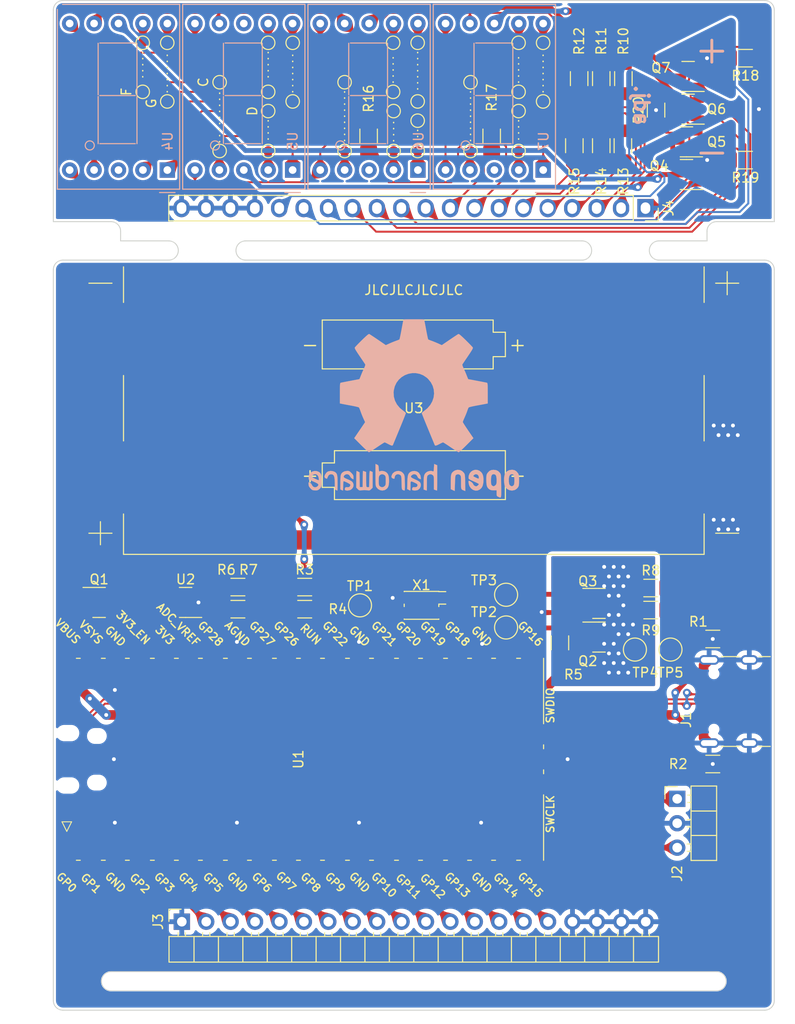
<source format=kicad_pcb>
(kicad_pcb (version 20221018) (generator pcbnew)
  (layers (0 "F.Cu" signal) (31 "B.Cu" signal) (34 "B.Paste" user) (35 "F.Paste" user) (36 "B.SilkS" user "B.Silkscreen") (37 "F.SilkS" user "F.Silkscreen") (38 "B.Mask" user) (39 "F.Mask" user) (44 "Edge.Cuts" user))
  (net 0 "")
  (net 1 "/VBUS")
  (net 2 "/VSYS")
  (net 3 "+BATT")
  (net 4 "/ADC_VREF")
  (net 5 "+3.3V")
  (net 6 "/CELL2_MON")
  (net 7 "/CELL1_MON")
  (net 8 "Net-(J1-CC1)")
  (net 9 "Net-(J1-CC2)")
  (net 10 "/SWCLK")
  (net 11 "/SWDIO")
  (net 12 "/DISCHARGE")
  (net 14 "GND")
  (net 15 "/A")
  (net 16 "/B")
  (net 17 "/C")
  (net 18 "/D")
  (net 19 "/E")
  (net 20 "/F")
  (net 21 "/G")
  (net 22 "/DP")
  (net 23 "/D1")
  (net 24 "/D2")
  (net 25 "/D3")
  (net 26 "/D4")
  (net 29 "/~{CHARGE}")
  (net 30 "Net-(Q2-D)")
  (net 31 "/RTC_CLK")
  (net 33 "Net-(R4-Pad2)")
  (net 38 "/Display/D1_COM")
  (net 39 "/Display/D2_COM")
  (net 40 "/Display/D3_COM")
  (net 41 "/Display/D4_COM")
  (net 44 "/USB_D-")
  (net 45 "/USB_D+")
  (net 46 "/Display/A_EN")
  (net 47 "/Display/B_EN")
  (net 48 "/Display/C_EN")
  (net 49 "/Display/D_EN")
  (net 50 "/Display/E_EN")
  (net 51 "/Display/F_EN")
  (net 52 "/Display/G_EN")
  (net 53 "/Display/DP_EN")
  (net 54 "/Display/D1_SEL")
  (net 55 "/Display/D2_SEL")
  (net 56 "/Display/D3_SEL")
  (net 57 "/Display/D4_SEL")
  (net 58 "Net-(R15-Pad1)")
  (net 59 "Net-(R16-Pad1)")
  (net 60 "Net-(U5-C)")
  (net 61 "Net-(U6-C)")
  (net 62 "Net-(U7-C)")
  (net 63 "Net-(U5-D)")
  (net 64 "Net-(U6-D)")
  (net 65 "Net-(U7-D)")
  (net 66 "Net-(U6-E)")
  (net 67 "Net-(U4-F)")
  (net 68 "Net-(U5-F)")
  (net 69 "Net-(U6-F)")
  (net 70 "Net-(U7-F)")
  (net 71 "Net-(U4-G)")
  (net 72 "Net-(U5-G)")
  (net 73 "Net-(U6-G)")
  (net 74 "Net-(U7-G)")
  (net 75 "/Display/A")
  (net 76 "/Display/DP")
  (net 77 "/Display/B")
  (net 78 "/Display/C")
  (net 79 "/Display/D")
  (net 80 "/Display/E")
  (net 85 "/TCH_A")
  (net 86 "/TCH_B")
  (net 87 "/TCH_C")
  (net 88 "/Display/TCH_A")
  (net 89 "/Display/TCH_B")
  (net 90 "/Display/TCH_C")
  (footprint "Package_TO_SOT_SMD:SOT-23" (layer "F.Cu") (at 86.7625 68.2)
    (fp_text reference "Q2")
    (fp_text value "PMV75UP")
  )
  (footprint "TestPoint:TestPoint_Pad_D1.0mm" (layer "F.Cu") (at 47.3 10.5 180)
    (fp_text reference "TP_C3" hide)
    (fp_text value "C")
  )
  (footprint "Resistor_SMD:R_1206_3216Metric_Pad1.30x1.75mm_HandSolder" (layer "F.Cu") (at 92.15 63.1)
    (fp_text reference "R8")
    (fp_text value "4.7 0.5W")
  )
  (footprint "TestPoint:TestPoint_Pad_D1.0mm" (layer "F.Cu") (at 78.4 11.5 180)
    (fp_text reference "TP_F1" hide)
    (fp_text value "F" hide)
  )
  (footprint "TestPoint:TestPoint_Pad_D1.0mm" (layer "F.Cu") (at 78.4 17.65 180)
    (fp_text reference "TP_D8" hide)
    (fp_text value "D" hide)
  )
  (footprint "Resistor_SMD:R_1206_3216Metric_Pad1.30x1.75mm_HandSolder" (layer "F.Cu") (at 98.6 68.4)
    (fp_text reference "R1")
    (fp_text value "5.1k")
  )
  (footprint "TestPoint:TestPoint_Pad_D1.0mm" (layer "F.Cu") (at 41.85 12.5 180)
    (fp_text reference "TP_G4" hide)
    (fp_text value "G")
  )
  (footprint "TestPoint:TestPoint_Pad_D1.0mm" (layer "F.Cu") (at 65.35 6.4 180)
    (fp_text reference "TP_F7" hide)
    (fp_text value "F" hide)
  )
  (footprint "Keystone1012:BatteryHolder_Keystone_1012_2xAA" (layer "F.Cu") (at 67.5 44.4)
    (fp_text reference "U3")
    (fp_text value "Keystone 2xAA 1012")
  )
  (footprint "TestPoint:TestPoint_Pad_D1.0mm" (layer "F.Cu") (at 54.9 6.4 180)
    (fp_text reference "TP_G6" hide)
    (fp_text value "G" hide)
  )
  (footprint "Resistor_SMD:R_1206_3216Metric_Pad1.30x1.75mm_HandSolder" (layer "F.Cu") (at 87 10.125 -90)
    (fp_text reference "R11")
    (fp_text value "270")
  )
  (footprint "TestPoint:TestPoint_Pad_D1.0mm" (layer "F.Cu") (at 67.9 6.4 180)
    (fp_text reference "TP_G7" hide)
    (fp_text value "G" hide)
  )
  (footprint "Resistor_SMD:R_1206_3216Metric_Pad1.30x1.75mm_HandSolder" (layer "F.Cu") (at 82.7 68.8 90)
    (fp_text reference "R5")
    (fp_text value "4.7k")
  )
  (footprint "TestPoint:TestPoint_Pad_D1.0mm" (layer "F.Cu") (at 67.9 17.65 180)
    (fp_text reference "TP_E7" hide)
    (fp_text value "E" hide)
  )
  (footprint "Resistor_SMD:R_1206_3216Metric_Pad1.30x1.75mm_HandSolder" (layer "F.Cu") (at 49.2 65.3)
    (fp_text reference "R7")
    (fp_text value "4.7k")
  )
  (footprint "TestPoint:TestPoint_Pad_D2.0mm" (layer "F.Cu") (at 77.1 67.2)
    (fp_text reference "TP2")
    (fp_text value "~{CHRG EN}")
  )
  (footprint "TestPoint:TestPoint_Pad_D1.0mm" (layer "F.Cu") (at 67.9 12.5 180)
    (fp_text reference "TP_G2" hide)
    (fp_text value "G" hide)
  )
  (footprint "TestPoint:TestPoint_Pad_D2.0mm" (layer "F.Cu") (at 77.1 63.8)
    (fp_text reference "TP3")
    (fp_text value "DCHRG EN")
  )
  (footprint "TestPoint:TestPoint_Pad_D1.0mm" (layer "F.Cu") (at 52.35 6.4 180)
    (fp_text reference "TP_F6" hide)
    (fp_text value "F" hide)
  )
  (footprint "Resistor_SMD:R_1206_3216Metric_Pad1.30x1.75mm_HandSolder" (layer "F.Cu") (at 87 17.1 -90)
    (fp_text reference "R14")
    (fp_text value "270")
  )
  (footprint "Resistor_SMD:R_1206_3216Metric_Pad1.30x1.75mm_HandSolder" (layer "F.Cu") (at 62.8 16.1 -90)
    (fp_text reference "R16")
    (fp_text value "270")
  )
  (footprint "TestPoint:TestPoint_Pad_D1.0mm" (layer "F.Cu") (at 73.4 10.5 180)
    (fp_text reference "TP_C1" hide)
    (fp_text value "C" hide)
  )
  (footprint "Resistor_SMD:R_1206_3216Metric_Pad1.30x1.75mm_HandSolder" (layer "F.Cu") (at 92.7 13.4 90)
    (fp_text reference "R20")
    (fp_text value "1M")
  )
  (footprint "Resistor_SMD:R_1206_3216Metric_Pad1.30x1.75mm_HandSolder" (layer "F.Cu") (at 84.2 17.1 -90)
    (fp_text reference "R15")
    (fp_text value "270")
  )
  (footprint "TestPoint:TestPoint_Pad_D1.0mm" (layer "F.Cu") (at 39.3 11.5 180)
    (fp_text reference "TP_F4" hide)
    (fp_text value "F")
  )
  (footprint "Connector_PinHeader_2.54mm:PinHeader_1x20_P2.54mm_Horizontal" (layer "F.Cu") (at 91.625 97.9 -90)
    (fp_text reference "J3")
    (fp_text value "DISP")
  )
  (footprint "Resistor_SMD:R_1206_3216Metric_Pad1.30x1.75mm_HandSolder" (layer "F.Cu") (at 102 8 180)
    (fp_text reference "R18")
    (fp_text value "1M")
  )
  (footprint "TestPoint:TestPoint_Pad_D1.0mm" (layer "F.Cu") (at 78.4 6.4 180)
    (fp_text reference "TP_F8" hide)
    (fp_text value "F" hide)
  )
  (footprint "Resistor_SMD:R_1206_3216Metric_Pad1.30x1.75mm_HandSolder" (layer "F.Cu") (at 98.6 81.4)
    (fp_text reference "R2")
    (fp_text value "5.1k")
  )
  (footprint "Resistor_SMD:R_1206_3216Metric_Pad1.30x1.75mm_HandSolder" (layer "F.Cu") (at 75.6 16.1 -90)
    (fp_text reference "R17")
    (fp_text value "270")
  )
  (footprint "TestPoint:TestPoint_Pad_D1.0mm" (layer "F.Cu") (at 52.35 11.5 180)
    (fp_text reference "TP_F3" hide)
    (fp_text value "F" hide)
  )
  (footprint "Resistor_SMD:R_1206_3216Metric_Pad1.30x1.75mm_HandSolder" (layer "F.Cu") (at 92.15 65.39)
    (fp_text reference "R9")
    (fp_text value "4.7 0.5W")
  )
  (footprint "TestPoint:TestPoint_Pad_D2.0mm" (layer "F.Cu") (at 94.2 69.5)
    (fp_text reference "TP5")
    (fp_text value "BATT")
  )
  (footprint "Connector_PinHeader_2.54mm:PinHeader_1x03_P2.54mm_Horizontal" (layer "F.Cu") (at 94.9 85.02)
    (fp_text reference "J2")
    (fp_text value "SWD")
  )
  (footprint "Package_TO_SOT_SMD:SOT-23" (layer "F.Cu") (at 96.0375 13.3 180)
    (fp_text reference "Q6")
    (fp_text value "PMV65UN")
  )
  (footprint "TestPoint:TestPoint_Pad_D1.0mm" (layer "F.Cu") (at 52.35 13.5 -90)
    (fp_text reference "TP_D3" hide)
    (fp_text value "D")
  )
  (footprint "Resistor_SMD:R_1206_3216Metric_Pad1.30x1.75mm_HandSolder" (layer "F.Cu") (at 56.15 65.3)
    (fp_text reference "R4")
    (fp_text value "4.7k")
  )
  (footprint "Connector_USB:USB_C_Receptacle_GCT_USB4105-xx-A_16P_TopMnt_Horizontal" (layer "F.Cu") (at 101.325 74.9 90)
    (fp_text reference "J1")
    (fp_text value "USB_C_Receptacle_USB2.0")
  )
  (footprint "TestPoint:TestPoint_Pad_D1.0mm" (layer "F.Cu") (at 65.35 11.5 180)
    (fp_text reference "TP_F2" hide)
    (fp_text value "F" hide)
  )
  (footprint "Package_TO_SOT_SMD:SOT-23" (layer "F.Cu") (at 95.8625 20.1 180)
    (fp_text reference "Q4")
    (fp_text value "PMV65UN")
  )
  (footprint "TestPoint:TestPoint_Pad_D1.0mm" (layer "F.Cu") (at 60.3 10.5 180)
    (fp_text reference "TP_C2" hide)
    (fp_text value "C" hide)
  )
  (footprint "Resistor_SMD:R_1206_3216Metric_Pad1.30x1.75mm_HandSolder" (layer "F.Cu") (at 102 18.6 180)
    (fp_text reference "R19")
    (fp_text value "1M")
  )
  (footprint "Resistor_SMD:R_1206_3216Metric_Pad1.30x1.75mm_HandSolder" (layer "F.Cu") (at 56.15 63)
    (fp_text reference "R3")
    (fp_text value "4.7k")
  )
  (footprint "Resistor_SMD:R_1206_3216Metric_Pad1.30x1.75mm_HandSolder" (layer "F.Cu") (at 84.7 10.125 -90)
    (fp_text reference "R12")
    (fp_text value "270")
  )
  (footprint "TestPoint:TestPoint_Pad_D1.0mm" (layer "F.Cu") (at 54.9 12.5 180)
    (fp_text reference "TP_G3" hide)
    (fp_text value "G" hide)
  )
  (footprint "TestPoint:TestPoint_Pad_D1.0mm" (layer "F.Cu") (at 80.95 12.5 180)
    (fp_text reference "TP_G1" hide)
    (fp_text value "G" hide)
  )
  (footprint "TestPoint:TestPoint_Pad_D1.0mm" (layer "F.Cu") (at 78.4 13.5 180)
    (fp_text reference "TP_D1" hide)
    (fp_text value "D" hide)
  )
  (footprint "Oscillator:Oscillator_SMD_EuroQuartz_XO32-4Pin_3.2x2.5mm_HandSoldering" (layer "F.Cu") (at 68.3 64.9 180)
    (fp_text reference "X1")
    (fp_text value "ECS-327MVATX-3-C")
  )
  (footprint "TestPoint:TestPoint_Pad_D1.0mm" (layer "F.Cu") (at 65.4 13.5 180)
    (fp_text reference "TP_D2" hide)
    (fp_text value "D" hide)
  )
  (footprint "TestPoint:TestPoint_Pad_D1.0mm" (layer "F.Cu") (at 39.3 6.4 180)
    (fp_text reference "TP_F5" hide)
    (fp_text value "F" hide)
  )
  (footprint "TestPoint:TestPoint_Pad_D1.0mm" (layer "F.Cu") (at 67.9 14.5 180)
    (fp_text reference "TP_E2" hide)
    (fp_text value "E" hide)
  )
  (footprint "Package_TO_SOT_SMD:SOT-23" (layer "F.Cu") (at 95.8625 16.7 180)
    (fp_text reference "Q5")
    (fp_text value "PMV65UN")
  )
  (footprint "Package_TO_SOT_SMD:SOT-23" (layer "F.Cu") (at 43.7625 64.6 180)
    (fp_text reference "U2")
    (fp_text value "LM4040C30")
  )
  (footprint "TestPoint:TestPoint_Pad_D1.0mm" (layer "F.Cu") (at 60.3 17.65 180)
    (fp_text reference "TP_C7" hide)
    (fp_text value "C" hide)
  )
  (footprint "Custom:MouseBites_2x05mm" (layer "F.Cu") (at 46 28 90)
    (fp_text reference "H1" hide)
    (fp_text value "Mouse Bites" hide)
  )
  (footprint "TestPoint:TestPoint_Pad_D1.0mm" (layer "F.Cu") (at 52.35 17.65 180)
    (fp_text reference "TP_D6" hide)
    (fp_text value "D" hide)
  )
  (footprint "TestPoint:TestPoint_Pad_D1.0mm" (layer "F.Cu") (at 65.4 17.65 180)
    (fp_text reference "TP_D7" hide)
    (fp_text value "D" hide)
  )
  (footprint "TestPoint:TestPoint_Pad_D1.0mm" (layer "F.Cu") (at 73.4 17.65 180)
    (fp_text reference "TP_C8" hide)
    (fp_text value "C" hide)
  )
  (footprint "TestPoint:TestPoint_Pad_D1.0mm" (layer "F.Cu") (at 47.3 17.65 180)
    (fp_text reference "TP_C6" hide)
    (fp_text value "C" hide)
  )
  (footprint "TestPoint:TestPoint_Pad_D2.0mm" (layer "F.Cu") (at 61.9 64.9)
    (fp_text reference "TP1")
    (fp_text value "RTC CLK")
  )
  (footprint "Resistor_SMD:R_1206_3216Metric_Pad1.30x1.75mm_HandSolder" (layer "F.Cu") (at 89.3 10.125 -90)
    (fp_text reference "R10")
    (fp_text value "270")
  )
  (footprint "RPi_Pico:RPi_Pico_SMD" (layer "F.Cu") (at 55.5 80.91 90)
    (fp_text reference "U1")
    (fp_text value "Pico")
  )
  (footprint "Resistor_SMD:R_1206_3216Metric_Pad1.30x1.75mm_HandSolder" (layer "F.Cu") (at 49.2 63)
    (fp_text reference "R6")
    (fp_text value "4.7k")
  )
  (footprint "Resistor_SMD:R_1206_3216Metric_Pad1.30x1.75mm_HandSolder" (layer "F.Cu") (at 89.25 17.1 -90)
    (fp_text reference "R13")
    (fp_text value "270")
  )
  (footprint "Package_TO_SOT_SMD:SOT-23" (layer "F.Cu") (at 96.0375 9.9 180)
    (fp_text reference "Q7")
    (fp_text value "PMV65UN")
  )
  (footprint "Package_TO_SOT_SMD:SOT-23" (layer "F.Cu") (at 86.7625 64.7)
    (fp_text reference "Q3")
    (fp_text value "PMV65UN")
  )
  (footprint "Custom:MouseBites_2x05mm" (layer "F.Cu") (at 89 28 90)
    (fp_text reference "H2" hide)
    (fp_text value "Mouse Bites" hide)
  )
  (footprint "Package_TO_SOT_SMD:SOT-23" (layer "F.Cu") (at 34.7625 64.6)
    (fp_text reference "Q1")
    (fp_text value "PMV75UP")
  )
  (footprint "TestPoint:TestPoint_Pad_D1.0mm" (layer "F.Cu") (at 80.95 6.4 180)
    (fp_text reference "TP_G8" hide)
    (fp_text value "G" hide)
  )
  (footprint "Connector_PinSocket_2.54mm:PinSocket_1x20_P2.54mm_Vertical" (layer "F.Cu") (at 91.6 23.592893 -90)
    (fp_text reference "J4")
    (fp_text value "BASE")
  )
  (footprint "TestPoint:TestPoint_Pad_D1.0mm" (layer "F.Cu") (at 41.85 6.4 180)
    (fp_text reference "TP_G5" hide)
    (fp_text value "G" hide)
  )
  (footprint "TestPoint:TestPoint_Pad_D2.0mm" (layer "F.Cu") (at 90.5 69.5)
    (fp_text reference "TP4")
    (fp_text value "CHRG")
  )
  (footprint "Display_7Segment:D1X8K" (layer "B.Cu") (at 54.893334 19.632893 90)
    (fp_text reference "U5")
    (fp_text value "S511SYGWA/S530-E2")
  )
  (footprint "Display_7Segment:D1X8K" (layer "B.Cu") (at 67.926667 19.632893 90)
    (fp_text reference "U6")
    (fp_text value "S511SYGWA/S530-E2")
  )
  (footprint "Display_7Segment:D1X8K" (layer "B.Cu") (at 41.860001 19.632893 90)
    (fp_text reference "U4")
    (fp_text value "S511SYGWA/S530-E2")
  )
  (footprint "Custom:TouchPad" (layer "B.Cu") (at 92.7 13.4)
    (fp_text reference "TP8" hide)
    (fp_text value "TCH C")
  )
  (footprint "Custom:TouchPad" (layer "B.Cu") (at 98 18.6)
    (fp_text reference "TP7" hide)
    (fp_text value "TCH B")
  )
  (footprint "Display_7Segment:D1X8K" (layer "B.Cu") (at 80.96 19.632893 90)
    (fp_text reference "U7")
    (fp_text value "S511SYGWA/S530-E2")
  )
  (footprint "Symbol:OSHW-Logo2_24.3x20mm_SilkScreen" (layer "B.Cu") (at 67.5 44.4 180)
    (fp_text reference "SYM1" hide)
    (fp_text value "Logo_Open_Hardware_Small" hide)
  )
  (footprint "Custom:TouchPad" (layer "B.Cu") (at 98 8)
    (fp_text reference "TP6" hide)
    (fp_text value "TCH A")
  )
  (gr_line (start 39.3 7.4) (end 39.3 10.5) (stroke (width 0.15) (type dot)) (layer "F.SilkS"))
  (gr_line (start 41.85 11.5) (end 41.85 7.4) (stroke (width 0.15) (type dot)) (layer "F.SilkS"))
  (gr_line (start 73.4 11.5) (end 73.4 16.7) (stroke (width 0.15) (type dot)) (layer "F.SilkS"))
  (gr_line (start 78.4 10.5) (end 78.4 7.4) (stroke (width 0.15) (type dot)) (layer "F.SilkS"))
  (gr_line (start 52.35 7.4) (end 52.35 10.5) (stroke (width 0.15) (type dot)) (layer "F.SilkS"))
  (gr_line (start 65.4 16.6) (end 65.4 14.5) (stroke (width 0.15) (type dot)) (layer "F.SilkS"))
  (gr_line (start 67.9 15.5) (end 67.9 16.7) (stroke (width 0.15) (type dot)) (layer "F.SilkS"))
  (gr_line (start 60.3 11.5) (end 60.3 16.6) (stroke (width 0.15) (type dot)) (layer "F.SilkS"))
  (gr_line (start 65.35 10.5) (end 65.35 7.4) (stroke (width 0.15) (type dot)) (layer "F.SilkS"))
  (gr_line (start 47.3 16.7) (end 47.3 11.5) (stroke (width 0.15) (type dot)) (layer "F.SilkS"))
  (gr_line (start 67.9 7.4) (end 67.9 11.5) (stroke (width 0.15) (type dot)) (layer "F.SilkS"))
  (gr_line (start 54.9 11.5) (end 54.9 7.4) (stroke (width 0.15) (type dot)) (layer "F.SilkS"))
  (gr_line (start 80.95 11.5) (end 80.95 7.4) (stroke (width 0.15) (type dot)) (layer "F.SilkS"))
  (gr_line (start 52.35 14.5) (end 52.35 16.7) (stroke (width 0.15) (type dot)) (layer "F.SilkS"))
  (gr_line (start 78.4 14.5) (end 78.4 16.7) (stroke (width 0.15) (type dot)) (layer "F.SilkS"))
  (gr_line (start 99 104.992893) (end 36 104.992893) (stroke (width 0.1)) (layer "Edge.Cuts"))
  (gr_line (start 37 26) (end 37 27) (stroke (width 0.1)) (layer "Edge.Cuts"))
  (gr_line (start 93 29) (end 104 29) (stroke (width 0.1)) (layer "Edge.Cuts"))
  (gr_line (start 35 103.992893) (end 35 103.992893) (stroke (width 0.1)) (layer "Edge.Cuts"))
  (gr_line (start 30 106) (end 30 30) (stroke (width 0.1)) (layer "Edge.Cuts"))
  (gr_arc (start 98 26) (mid 98.292893 25.292893) (end 99 25) (stroke (width 0.1)) (layer "Edge.Cuts"))
  (gr_arc (start 42 27.000007) (mid 42.999993 28) (end 42 28.999993) (stroke (width 0.1)) (layer "Edge.Cuts"))
  (gr_arc (start 99 102.992893) (mid 99.707107 103.285786) (end 100 103.992893) (stroke (width 0.1)) (layer "Edge.Cuts"))
  (gr_line (start 99 25) (end 105 25) (stroke (width 0.1)) (layer "Edge.Cuts"))
  (gr_arc (start 36 25) (mid 36.707107 25.292893) (end 37 26) (stroke (width 0.1)) (layer "Edge.Cuts"))
  (gr_arc (start 49.999993 28.999993) (mid 49 28) (end 49.999993 27.000007) (stroke (width 0.1)) (layer "Edge.Cuts"))
  (gr_arc (start 35 103.992893) (mid 35.292893 103.285786) (end 36 102.992893) (stroke (width 0.1)) (layer "Edge.Cuts"))
  (gr_line (start 104 106.999993) (end 31 106.999993) (stroke (width 0.1)) (layer "Edge.Cuts"))
  (gr_arc (start 100 103.992893) (mid 99.707107 104.7) (end 99 104.992893) (stroke (width 0.1)) (layer "Edge.Cuts"))
  (gr_line (start 31 28.999993) (end 42 28.999993) (stroke (width 0.1)) (layer "Edge.Cuts"))
  (gr_arc (start 105 105.999993) (mid 104.707109 106.707104) (end 104 106.999993) (stroke (width 0.1)) (layer "Edge.Cuts"))
  (gr_line (start 98 26) (end 98 27) (stroke (width 0.1)) (layer "Edge.Cuts"))
  (gr_arc (start 30 29.999993) (mid 30.292896 29.292891) (end 31 28.999993) (stroke (width 0.1)) (layer "Edge.Cuts"))
  (gr_line (start 105 3) (end 105 25) (stroke (width 0.1)) (layer "Edge.Cuts"))
  (gr_line (start 36 102.992893) (end 99 102.992893) (stroke (width 0.1)) (layer "Edge.Cuts"))
  (gr_arc (start 92.999993 28.999993) (mid 92 28) (end 92.999993 27.000007) (stroke (width 0.1)) (layer "Edge.Cuts"))
  (gr_line (start 85 27) (end 50 27) (stroke (width 0.1)) (layer "Edge.Cuts"))
  (gr_line (start 31 2) (end 104 2) (stroke (width 0.1)) (layer "Edge.Cuts"))
  (gr_line (start 37 27) (end 42 27) (stroke (width 0.1)) (layer "Edge.Cuts"))
  (gr_line (start 100 103.992893) (end 100 103.992893) (stroke (width 0.1)) (layer "Edge.Cuts"))
  (gr_line (start 105 30) (end 105 106) (stroke (width 0.1)) (layer "Edge.Cuts"))
  (gr_line (start 36 25) (end 30 25) (stroke (width 0.1)) (layer "Edge.Cuts"))
  (gr_line (start 30 25) (end 30 3) (stroke (width 0.1)) (layer "Edge.Cuts"))
  (gr_line (start 50 28.999993) (end 85 28.999993) (stroke (width 0.1)) (layer "Edge.Cuts"))
  (gr_line (start 93 27) (end 98 27) (stroke (width 0.1)) (layer "Edge.Cuts"))
  (gr_arc (start 104 2) (mid 104.707107 2.292893) (end 105 3) (stroke (width 0.1)) (layer "Edge.Cuts"))
  (gr_arc (start 36 104.992893) (mid 35.292893 104.7) (end 35 103.992893) (stroke (width 0.1)) (layer "Edge.Cuts"))
  (gr_arc (start 104 28.999993) (mid 104.707109 29.292886) (end 105 29.999993) (stroke (width 0.1)) (layer "Edge.Cuts"))
  (gr_arc (start 30 3) (mid 30.292893 2.292893) (end 31 2) (stroke (width 0.1)) (layer "Edge.Cuts"))
  (gr_arc (start 85.000007 27.000007) (mid 86 28) (end 85.000007 28.999993) (stroke (width 0.1)) (layer "Edge.Cuts"))
  (gr_arc (start 31 106.999993) (mid 30.292896 106.707099) (end 30 105.999993) (stroke (width 0.1)) (layer "Edge.Cuts"))
  (gr_text "+" (at 98.5 7.5 180) (layer "B.SilkS") (effects (font (size 3 3) (thickness 0.3) bold) (justify mirror)))
  (gr_text "-" (at 98.5 18.1 180) (layer "B.SilkS") (effects (font (size 3 3) (thickness 0.3) bold) (justify mirror)))
  (gr_text "adj." (at 91.2 12.9 -90) (layer "B.SilkS") (effects (font (size 1.5 1.5) (thickness 0.3) bold) (justify mirror)))
  (gr_text "JLCJLCJLCJLC" (at 67.5 32.7) (layer "F.SilkS") (effects (font (size 1 1)) (justify bottom)))
  (segment (start 96.173418 72.5) (end 94.7 73.973418) (width 0.5) (layer "F.Cu") (net 1))
  (segment (start 35.5 76.3) (end 94.7 76.3) (width 1) (layer "F.Cu") (net 1))
  (segment (start 33.05 63.65) (end 33.825 63.65) (width 0.5) (layer "F.Cu") (net 1))
  (segment (start 95.7 77.3) (end 97.645 77.3) (width 0.5) (layer "F.Cu") (net 1))
  (segment (start 31.37 72.02) (end 31.37 65.33) (width 0.5) (layer "F.Cu") (net 1))
  (segment (start 97.645 72.5) (end 96.173418 72.5) (width 0.5) (layer "F.Cu") (net 1))
  (segment (start 94.7 76.3) (end 95.7 77.3) (width 0.5) (layer "F.Cu") (net 1))
  (segment (start 31.37 72.17) (end 31.37 72.02) (width 1) (layer "F.Cu") (net 1))
  (segment (start 31.37 65.33) (end 33.05 63.65) (width 0.5) (layer "F.Cu") (net 1))
  (segment (start 94.7 73.973418) (end 94.7 73.9755) (width 0.5) (layer "F.Cu") (net 1))
  (segment (start 33.8 74.6) (end 31.37 72.17) (width 1) (layer "F.Cu") (net 1))
  (via (at 35.5 76.3) (size 0.8) (drill 0.4) (layers "F.Cu" "B.Cu") (net 1))
  (via (at 33.8 74.6) (size 0.8) (drill 0.4) (layers "F.Cu" "B.Cu") (net 1))
  (via (at 94.7 73.9755) (size 0.8) (drill 0.4) (layers "F.Cu" "B.Cu") (net 1))
  (via (at 94.7 76.3) (size 0.8) (drill 0.4) (layers "F.Cu" "B.Cu") (net 1))
  (segment (start 94.7 76.3) (end 94.7 73.9755) (width 0.5) (layer "B.Cu") (net 1))
  (segment (start 35.5 76.3) (end 33.8 74.6) (width 1) (layer "B.Cu") (net 1))
  (segment (start 33.91 65.635) (end 33.825 65.55) (width 0.5) (layer "F.Cu") (net 2))
  (segment (start 33.91 72.02) (end 33.91 65.635) (width 0.5) (layer "F.Cu") (net 2))
  (segment (start 57.6 58.1) (end 42.2 58.1) (width 2) (layer "F.Cu") (net 3))
  (segment (start 94.2 58.1) (end 94.2 69.5) (width 2) (layer "F.Cu") (net 3))
  (segment (start 94.2 42.9) (end 94.2 58.1) (width 2) (layer "F.Cu") (net 3))
  (segment (start 99.9 37.2) (end 94.2 42.9) (width 2) (layer "F.Cu") (net 3))
  (segment (start 35.7 64.6) (end 42.2 58.1) (width 0.5) (layer "F.Cu") (net 3))
  (segment (start 57.7 58.2) (end 57.6 58.1) (width 0.5) (layer "F.Cu") (net 3))
  (segment (start 94.2 58.1) (end 57.6 58.1) (width 2) (layer "F.Cu") (net 3))
  (segment (start 57.7 63) (end 57.7 58.2) (width 0.5) (layer "F.Cu") (net 3))
  (segment (start 44.07 72.02) (end 44.07 66.18) (width 0.5) (layer "F.Cu") (net 4))
  (segment (start 47.65 65.3) (end 47.65 63) (width 0.5) (layer "F.Cu") (net 4))
  (segment (start 44.7 65.55) (end 47.4 65.55) (width 0.5) (layer "F.Cu") (net 4))
  (segment (start 44.07 66.18) (end 44.7 65.55) (width 0.5) (layer "F.Cu") (net 4))
  (segment (start 47.4 65.55) (end 47.65 65.3) (width 0.5) (layer "F.Cu") (net 4))
  (segment (start 50.75 65.3) (end 50.5 65.55) (width 0.2) (layer "F.Cu") (net 5))
  (segment (start 83.9 69.15) (end 85.825 69.15) (width 1) (layer "F.Cu") (net 5))
  (segment (start 41.53 73.13) (end 42.2 73.8) (width 1) (layer "F.Cu") (net 5))
  (segment (start 80.95 73.8) (end 82.7 72.05) (width 1) (layer "F.Cu") (net 5))
  (segment (start 82.7 72.05) (end 82.7 70.35) (width 1) (layer "F.Cu") (net 5))
  (segment (start 68.3 73.8) (end 80.95 73.8) (width 1) (layer "F.Cu") (net 5))
  (segment (start 68.2 73.7) (end 68.3 73.8) (width 0.2) (layer "F.Cu") (net 5))
  (segment (start 50.75 65.3) (end 50.75 63) (width 0.2) (layer "F.Cu") (net 5))
  (segment (start 41.53 72.02) (end 41.53 73.13) (width 1) (layer "F.Cu") (net 5))
  (segment (start 82.7 70.35) (end 83.9 69.15) (width 1) (layer "F.Cu") (net 5))
  (segment (start 69.75 65.675) (end 68.2 67.225) (width 0.2) (layer "F.Cu") (net 5))
  (segment (start 69.75 65.675) (end 69.75 64.125) (width 0.2) (layer "F.Cu") (net 5))
  (segment (start 42.2 73.8) (end 50.5 73.8) (width 1) (layer "F.Cu") (net 5))
  (segment (start 50.5 73.8) (end 68.3 73.8) (width 1) (layer "F.Cu") (net 5))
  (segment (start 68.2 67.225) (end 68.2 73.7) (width 0.2) (layer "F.Cu") (net 5))
  (segment (start 50.5 65.55) (end 50.5 73.8) (width 0.2) (layer "F.Cu") (net 5))
  (segment (start 52.1 65.5) (end 52.1 71.61) (width 0.5) (layer "F.Cu") (net 6))
  (segment (start 54.6 63) (end 52.1 65.5) (width 0.5) (layer "F.Cu") (net 6))
  (segment (start 52.1 71.61) (end 51.69 72.02) (width 0.5) (layer "F.Cu") (net 6))
  (segment (start 54.6 65.3) (end 54.23 65.67) (width 0.5) (layer "F.Cu") (net 7))
  (segment (start 54.23 65.67) (end 54.23 72.02) (width 0.5) (layer "F.Cu") (net 7))
  (segment (start 98.47 76.15) (end 97.645 76.15) (width 0.2) (layer "F.Cu") (net 8))
  (segment (start 100.15 77.83) (end 98.47 76.15) (width 0.2) (layer "F.Cu") (net 8))
  (segment (start 100.15 81.4) (end 100.15 77.83) (width 0.2) (layer "F.Cu") (net 8))
  (segment (start 98.534594 73.15) (end 97.645 73.15) (width 0.2) (layer "F.Cu") (net 9))
  (segment (start 100.15 68.4) (end 100.15 71.534594) (width 0.2) (layer "F.Cu") (net 9))
  (segment (start 100.15 71.534594) (end 98.534594 73.15) (width 0.2) (layer "F.Cu") (net 9))
  (segment (start 79.4 83.45) (end 80.97 85.02) (width 0.5) (layer "F.Cu") (net 10))
  (segment (start 80.97 85.02) (end 94.9 85.02) (width 0.5) (layer "F.Cu") (net 10))
  (segment (start 94.9 90.1) (end 83.45 90.1) (width 0.5) (layer "F.Cu") (net 11))
  (segment (start 77.5 80.27) (end 79.4 78.37) (width 0.5) (layer "F.Cu") (net 11))
  (segment (start 83.45 90.1) (end 77.5 84.15) (width 0.5) (layer "F.Cu") (net 11))
  (segment (start 77.5 84.15) (end 77.5 80.27) (width 0.5) (layer "F.Cu") (net 11))
  (segment (start 85.825 63.75) (end 75.88 63.75) (width 0.5) (layer "F.Cu") (net 12))
  (segment (start 75.88 63.75) (end 69.47 70.16) (width 0.5) (layer "F.Cu") (net 12))
  (segment (start 69.47 70.16) (end 69.47 72.02) (width 0.5) (layer "F.Cu") (net 12))
  (segment (start 79.4 80.91) (end 83.49 80.91) (width 1) (layer "F.Cu") (net 14))
  (segment (start 49.15 87.55) (end 49.1 87.5) (width 1) (layer "F.Cu") (net 14))
  (segment (start 102.525 6.825) (end 97.975 6.825) (width 0.2) (layer "F.Cu") (net 14))
  (segment (start 61.85 68.75) (end 61.8 68.7) (width 1) (layer "F.Cu") (net 14))
  (segment (start 103.4 18.55) (end 103.4 13.3) (width 0.2) (layer "F.Cu") (net 14))
  (segment (start 44.7 64.2) (end 45.1 64.6) (width 0.5) (layer "F.Cu") (net 14))
  (segment (start 74.55 89.8) (end 74.55 87.55) (width 1) (layer "F.Cu") (net 14))
  (segment (start 96.163498 14.863498) (end 95.9375 14.6375) (width 0.2) (layer "F.Cu") (net 14))
  (segment (start 74.55 68.963502) (end 74.606751 68.906751) (width 1) (layer "F.Cu") (net 14))
  (segment (start 97.05 81.4) (end 98.6 81.4) (width 0.2) (layer "F.Cu") (net 14))
  (segment (start 91.6 23.592893) (end 92.883211 23.592893) (width 0.2) (layer "F.Cu") (net 14))
  (segment (start 96.164016 18.387912) (end 95.7625 17.986396) (width 0.2) (layer "F.Cu") (net 14))
  (segment (start 96.1375 9.3625) (end 96.55 8.95) (width 0.2) (layer "F.Cu") (net 14))
  (segment (start 80.8 65.6) (end 80.85 65.65) (width 0.5) (layer "F.Cu") (net 14))
  (segment (start 103.4 7.7) (end 102.525 6.825) (width 0.2) (layer "F.Cu") (net 14))
  (segment (start 95.7625 17.313604) (end 96.163498 16.912606) (width 0.2) (layer "F.Cu") (net 14))
  (segment (start 61.85 89.8) (end 61.85 87.55) (width 1) (layer "F.Cu") (net 14))
  (segment (start 92.883211 23.592893) (end 96.164016 20.312088) (width 0.2) (layer "F.Cu") (net 14))
  (segment (start 49.15 72.02) (end 49.15 68.75) (width 1) (layer "F.Cu") (net 14))
  (segment (start 83.49 80.91) (end 83.5 80.9) (width 1) (layer "F.Cu") (net 14))
  (segment (start 49.15 89.8) (end 49.15 87.55) (width 1) (layer "F.Cu") (net 14))
  (segment (start 36.29 80.91) (end 36.3 80.9) (width 0.5) (layer "F.Cu") (net 14))
  (segment (start 49.15 68.75) (end 49.1 68.7) (width 1) (layer "F.Cu") (net 14))
  (segment (start 97.05 68.4) (end 98.6 68.4) (width 0.2) (layer "F.Cu") (net 14))
  (segment (start 96.163498 16.912606) (end 96.163498 14.863498) (width 0.2) (layer "F.Cu") (net 14))
  (segment (start 96.164016 20.312088) (end 96.164016 18.387912) (width 0.2) (layer "F.Cu") (net 14))
  (segment (start 61.85 72.02) (end 61.85 68.75) (width 1) (layer "F.Cu") (net 14))
  (segment (start 103.4 13.3) (end 103.4 7.7) (width 0.2) (layer "F.Cu") (net 14))
  (segment (start 44.7 63.65) (end 44.7 64.2) (width 0.5) (layer "F.Cu") (net 14))
  (segment (start 36.45 87.55) (end 36.4 87.5) (width 1) (layer "F.Cu") (net 14))
  (segment (start 96.3 13.5) (end 96.3 11.548896) (width 0.2) (layer "F.Cu") (net 14))
  (segment (start 74.55 72.02) (end 74.55 68.963502) (width 1) (layer "F.Cu") (net 14))
  (segment (start 95.9375 11.186396) (end 95.9375 10.436396) (width 0.2) (layer "F.Cu") (net 14))
  (segment (start 95.9375 13.8625) (end 96.3 13.5) (width 0.2) (layer "F.Cu") (net 14))
  (segment (start 97.645 78.645) (end 97.645 78.3) (width 1) (layer "F.Cu") (net 14))
  (segment (start 80.85 65.65) (end 85.825 65.65) (width 0.5) (layer "F.Cu") (net 14))
  (segment (start 98.22 70.58) (end 97.645 71.155) (width 1) (layer "F.Cu") (net 14))
  (segment (start 34.5 80.91) (end 36.29 80.91) (width 0.5) (layer "F.Cu") (net 14))
  (segment (start 74.55 87.55) (end 74.5 87.5) (width 1) (layer "F.Cu") (net 14))
  (segment (start 95.9375 10.436396) (end 96.1375 10.236396) (width 0.2) (layer "F.Cu") (net 14))
  (segment (start 98.22 79.22) (end 97.645 78.645) (width 1) (layer "F.Cu") (net 14))
  (segment (start 97.645 71.155) (end 97.645 71.5) (width 1) (layer "F.Cu") (net 14))
  (segment (start 97.975 6.825) (end 96.4 8.4) (width 0.2) (layer "F.Cu") (net 14))
  (segment (start 95.7625 17.986396) (end 95.7625 17.313604) (width 0.2) (layer "F.Cu") (net 14))
  (segment (start 96.1375 10.236396) (end 96.1375 9.3625) (width 0.2) (layer "F.Cu") (net 14))
  (segment (start 36.45 72.02) (end 36.45 73.65) (width 1) (layer "F.Cu") (net 14))
  (segment (start 96.4 8.4) (end 96.4 9.1) (width 0.2) (layer "F.Cu") (net 14))
  (segment (start 93.75 15.75) (end 96.975 15.75) (width 0.2) (layer "F.Cu") (net 14))
  (segment (start 96.3 11.548896) (end 95.9375 11.186396) (width 0.2) (layer "F.Cu") (net 14))
  (segment (start 61.85 87.55) (end 61.8 87.5) (width 1) (layer "F.Cu") (net 14))
  (segment (start 65.3 64.125) (end 66.85 64.125) (width 0.5) (layer "F.Cu") (net 14))
  (segment (start 92.85 14.85) (end 93.75 15.75) (width 0.2) (layer "F.Cu") (net 14))
  (segment (start 36.45 89.8) (end 36.45 87.55) (width 1) (layer "F.Cu") (net 14))
  (segment (start 95.9375 14.6375) (end 95.9375 13.8625) (width 0.2) (layer "F.Cu") (net 14))
  (segment (start 36.45 73.65) (end 36.4 73.7) (width 1) (layer "F.Cu") (net 14))
  (via (at 61.8 68.7) (size 0.8) (drill 0.4) (layers "F.Cu" "B.Cu") (net 14))
  (via (at 36.4 73.7) (size 0.8) (drill 0.4) (layers "F.Cu" "B.Cu") (net 14))
  (via (at 98.7 56) (size 0.8) (drill 0.4) (layers "F.Cu" "B.Cu") (net 14))
  (via (at 101.2 57) (size 0.8) (drill 0.4) (layers "F.Cu" "B.Cu") (net 14))
  (via (at 100.7 56) (size 0.8) (drill 0.4) (layers "F.Cu" "B.Cu") (net 14))
  (via (at 100.7 46.2) (size 0.8) (drill 0.4) (layers "F.Cu" "B.Cu") (net 14))
  (via (at 74.606751 68.906751) (size 0.8) (drill 0.4) (layers "F.Cu" "B.Cu") (net 14))
  (via (at 101.2 47.2) (size 0.8) (drill 0.4) (layers "F.Cu" "B.Cu") (net 14))
  (via (at 99.2 57) (size 0.8) (drill 0.4) (layers "F.Cu" "B.Cu") (net 14))
  (via (at 103.4 13.3) (size 0.8) (drill 0.4) (layers "F.Cu" "B.Cu") (net 14))
  (via (at 98.6 81.4) (size 0.8) (drill 0.4) (layers "F.Cu" "B.Cu") (net 14))
  (via (at 99.7 46.2) (size 0.8) (drill 0.4) (layers "F.Cu" "B.Cu") (net 14))
  (via (at 99.2 47.2) (size 0.8) (drill 0.4) (layers "F.Cu" "B.Cu") (net 14))
  (via (at 45.1 64.6) (size 0.8) (drill 0.4) (layers "F.Cu" "B.Cu") (net 14))
  (via (at 99.7 56) (size 0.8) (drill 0.4) (layers "F.Cu" "B.Cu") (net 14))
  (via (at 65.3 64.125) (size 0.8) (drill 0.4) (layers "F.Cu" "B.Cu") (net 14))
  (via (at 74.5 87.5) (size 0.8) (drill 0.4) (layers "F.Cu" "B.Cu") (net 14))
  (via (at 98.6 68.4) (size 0.8) (drill 0.4) (layers "F.Cu" "B.Cu") (net 14))
  (via (at 36.4 87.5) (size 0.8) (drill 0.4) (layers "F.Cu" "B.Cu") (net 14))
  (via (at 100.2 57) (size 0.8) (drill 0.4) (layers "F.Cu" "B.Cu") (net 14))
  (via (at 49.1 87.5) (size 0.8) (drill 0.4) (layers "F.Cu" "B.Cu") (net 14))
  (via (at 83.5 80.9) (size 0.8) (drill 0.4) (layers "F.Cu" "B.Cu") (net 14))
  (via (at 61.8 87.5) (size 0.8) (drill 0.4) (layers "F.Cu" "B.Cu") (net 14))
  (via (at 80.8 65.6) (size 0.8) (drill 0.4) (layers "F.Cu" "B.Cu") (net 14))
  (via (at 49.1 68.7) (size 0.8) (drill 0.4) (layers "F.Cu" "B.Cu") (net 14))
  (via (at 36.3 80.9) (size 0.8) (drill 0.4) (layers "F.Cu" "B.Cu") (net 14))
  (via (at 100.2 47.2) (size 0.8) (drill 0.4) (layers "F.Cu" "B.Cu") (net 14))
  (via (at 98.7 46.2) (size 0.8) (drill 0.4) (layers "F.Cu" "B.Cu") (net 14))
  (segment (start 33.91 91.66) (end 33.91 89.8) (width 0.5) (layer "F.Cu") (net 15))
  (segment (start 43.805 95.7) (end 37.95 95.7) (width 0.5) (layer "F.Cu") (net 15))
  (segment (start 37.95 95.7) (end 33.91 91.66) (width 0.5) (layer "F.Cu") (net 15))
  (segment (start 45.905 97.8) (end 43.805 95.7) (width 0.5) (layer "F.Cu") (net 15))
  (segment (start 38.99 91.66) (end 38.99 89.8) (width 0.5) (layer "F.Cu") (net 16))
  (segment (start 42.33 95) (end 38.99 91.66) (width 0.5) (layer "F.Cu") (net 16))
  (segment (start 45.645 95) (end 42.33 95) (width 0.5) (layer "F.Cu") (net 16))
  (segment (start 48.445 97.8) (end 45.645 95) (width 0.5) (layer "F.Cu") (net 16))
  (segment (start 50.985 97.8) (end 47.485 94.3) (width 0.5) (layer "F.Cu") (net 17))
  (segment (start 41.53 91.66) (end 41.53 89.8) (width 0.5) (layer "F.Cu") (net 17))
  (segment (start 44.17 94.3) (end 41.53 91.66) (width 0.5) (layer "F.Cu") (net 17))
  (segment (start 47.485 94.3) (end 44.17 94.3) (width 0.5) (layer "F.Cu") (net 17))
  (segment (start 44.07 91.66) (end 44.07 89.8) (width 0.5) (layer "F.Cu") (net 18))
  (segment (start 53.525 97.8) (end 49.325 93.6) (width 0.5) (layer "F.Cu") (net 18))
  (segment (start 49.325 93.6) (end 46.01 93.6) (width 0.5) (layer "F.Cu") (net 18))
  (segment (start 46.01 93.6) (end 44.07 91.66) (width 0.5) (layer "F.Cu") (net 18))
  (segment (start 46.61 91.66) (end 46.61 89.8) (width 0.5) (layer "F.Cu") (net 19))
  (segment (start 56.065 97.8) (end 51.165 92.9) (width 0.5) (layer "F.Cu") (net 19))
  (segment (start 51.165 92.9) (end 47.85 92.9) (width 0.5) (layer "F.Cu") (net 19))
  (segment (start 47.85 92.9) (end 46.61 91.66) (width 0.5) (layer "F.Cu") (net 19))
  (segment (start 53.705 92.9) (end 52.93 92.9) (width 0.5) (layer "F.Cu") (net 20))
  (segment (start 58.605 97.8) (end 53.705 92.9) (width 0.5) (layer "F.Cu") (net 20))
  (segment (start 51.69 91.66) (end 51.69 89.8) (width 0.5) (layer "F.Cu") (net 20))
  (segment (start 52.93 92.9) (end 51.69 91.66) (width 0.5) (layer "F.Cu") (net 20))
  (segment (start 54.23 91.66) (end 54.23 89.8) (width 0.5) (layer "F.Cu") (net 21))
  (segment (start 61.145 97.8) (end 56.245 92.9) (width 0.5) (layer "F.Cu") (net 21))
  (segment (start 55.47 92.9) (end 54.23 91.66) (width 0.5) (layer "F.Cu") (net 21))
  (segment (start 56.245 92.9) (end 55.47 92.9) (width 0.5) (layer "F.Cu") (net 21))
  (segment (start 56.77 91.66) (end 56.77 89.8) (width 0.5) (layer "F.Cu") (net 22))
  (segment (start 58.785 92.9) (end 58.01 92.9) (width 0.5) (layer "F.Cu") (net 22))
  (segment (start 58.01 92.9) (end 56.77 91.66) (width 0.5) (layer "F.Cu") (net 22))
  (segment (start 63.685 97.8) (end 58.785 92.9) (width 0.5) (layer "F.Cu") (net 22))
  (segment (start 61.325 92.9) (end 60.5 92.9) (width 0.5) (layer "F.Cu") (net 23))
  (segment (start 59.31 91.71) (end 59.31 89.8) (width 0.5) (layer "F.Cu") (net 23))
  (segment (start 60.5 92.9) (end 59.31 91.71) (width 0.5) (layer "F.Cu") (net 23))
  (segment (start 66.225 97.8) (end 61.325 92.9) (width 0.5) (layer "F.Cu") (net 23))
  (segment (start 68.765 97.8) (end 64.39 93.425) (width 0.5) (layer "F.Cu") (net 24))
  (segment (start 64.39 93.425) (end 64.39 89.8) (width 0.5) (layer "F.Cu") (net 24))
  (segment (start 66.93 93.425) (end 66.93 89.8) (width 0.5) (layer "F.Cu") (net 25))
  (segment (start 71.305 97.8) (end 66.93 93.425) (width 0.5) (layer "F.Cu") (net 25))
  (segment (start 73.845 97.8) (end 69.47 93.425) (width 0.5) (layer "F.Cu") (net 26))
  (segment (start 69.47 93.425) (end 69.47 89.8) (width 0.5) (layer "F.Cu") (net 26))
  (segment (start 74.92 67.25) (end 72.01 70.16) (width 0.5) (layer "F.Cu") (net 29))
  (segment (start 72.01 70.16) (end 72.01 72.02) (width 0.5) (layer "F.Cu") (net 29))
  (segment (start 85.825 67.25) (end 74.92 67.25) (width 0.5) (layer "F.Cu") (net 29))
  (via (at 88.3 66.9) (size 0.8) (drill 0.4) (layers "F.Cu" "B.Cu") (net 30))
  (via (at 88.3 68.9) (size 0.8) (drill 0.4) (layers "F.Cu" "B.Cu") (net 30))
  (via (at 87.8 65.9) (size 0.8) (drill 0.4) (layers "F.Cu" "B.Cu") (net 30))
  (via (at 88.8 67.9) (size 0.8) (drill 0.4) (layers "F.Cu" "B.Cu") (net 30))
  (via (at 87.3 62.9) (size 0.8) (drill 0.4) (layers "F.Cu" "B.Cu") (net 30))
  (via (at 88.8 61.9) (size 0.8) (drill 0.4) (layers "F.Cu" "B.Cu") (net 30))
  (via (at 87.3 70.9) (size 0.8) (drill 0.4) (layers "F.Cu" "B.Cu") (net 30))
  (via (at 88.3 60.9) (size 0.8) (drill 0.4) (layers "F.Cu" "B.Cu") (net 30))
  (via (at 88.3 62.9) (size 0.8) (drill 0.4) (layers "F.Cu" "B.Cu") (net 30))
  (via (at 87.8 71.9) (size 0.8) (drill 0.4) (layers "F.Cu" "B.Cu") (net 30))
  (via (at 88.8 63.9) (size 0.8) (drill 0.4) (layers "F.Cu" "B.Cu") (net 30))
  (via (at 87.3 60.9) (size 0.8) (drill 0.4) (layers "F.Cu" "B.Cu") (net 30))
  (via (at 87.8 63.9) (size 0.8) (drill 0.4) (layers "F.Cu" "B.Cu") (net 30))
  (via (at 89.3 64.9) (size 0.8) (drill 0.4) (layers "F.Cu" "B.Cu") (net 30))
  (via (at 89.3 70.9) (size 0.8) (drill 0.4) (layers "F.Cu" "B.Cu") (net 30))
  (via (at 87.3 66.9) (size 0.8) (drill 0.4) (layers "F.Cu" "B.Cu") (net 30))
  (via (at 87.8 61.9) (size 0.8) (drill 0.4) (layers "F.Cu" "B.Cu") (net 30))
  (via (at 88.3 70.9) (size 0.8) (drill 0.4) (layers "F.Cu" "B.Cu") (net 30))
  (via (at 89.3 66.9) (size 0.8) (drill 0.4) (layers "F.Cu" "B.Cu") (net 30))
  (via (at 90.3 66.9) (size 0.8) (drill 0.4) (layers "F.Cu" "B.Cu") (net 30))
  (via (at 88.8 65.9) (size 0.8) (drill 0.4) (layers "F.Cu" "B.Cu") (net 30))
  (via (at 89.8 61.9) (size 0.8) (drill 0.4) (layers "F.Cu" "B.Cu") (net 30))
  (via (at 89.8 67.9) (size 0.8) (drill 0.4) (layers "F.Cu" "B.Cu") (net 30))
  (via (at 89.3 62.9) (size 0.8) (drill 0.4) (layers "F.Cu" "B.Cu") (net 30))
  (via (at 89.8 71.9) (size 0.8) (drill 0.4) (layers "F.Cu" "B.Cu") (net 30))
  (via (at 89.3 60.9) (size 0.8) (drill 0.4) (layers "F.Cu" "B.Cu") (net 30))
  (via (at 88.8 69.9) (size 0.8) (drill 0.4) (layers "F.Cu" "B.Cu") (net 30))
  (via (at 88.8 71.9) (size 0.8) (drill 0.4) (layers "F.Cu" "B.Cu") (net 30))
  (via (at 87.3 68.9) (size 0.8) (drill 0.4) (layers "F.Cu" "B.Cu") (net 30))
  (via (at 87.8 69.9) (size 0.8) (drill 0.4) (layers "F.Cu" "B.Cu") (net 30))
  (segment (start 66.93 72.02) (end 66.85 71.94) (width 0.5) (layer "F.Cu") (net 31))
  (segment (start 66.85 71.94) (end 66.85 65.675) (width 0.5) (layer "F.Cu") (net 31))
  (segment (start 62.675 65.675) (end 61.9 64.9) (width 0.5) (layer "F.Cu") (net 31))
  (segment (start 66.85 65.675) (end 62.675 65.675) (width 0.5) (layer "F.Cu") (net 31))
  (segment (start 56.1 63.7) (end 56.1 60.1) (width 0.5) (layer "F.Cu") (net 33))
  (segment (start 51.1995 51.6) (end 35.1 51.6) (width 0.5) (layer "F.Cu") (net 33))
  (segment (start 56.1 56.5005) (end 51.1995 51.6) (width 0.5) (layer "F.Cu") (net 33))
  (segment (start 57.7 65.3) (end 56.1 63.7) (width 0.5) (layer "F.Cu") (net 33))
  (segment (start 35.1 51.6) (end 35.1 37.2) (width 2) (layer "F.Cu") (net 33))
  (via (at 56.1 60.1) (size 0.8) (drill 0.4) (layers "F.Cu" "B.Cu") (net 33))
  (via (at 56.1 56.5005) (size 0.8) (drill 0.4) (layers "F.Cu" "B.Cu") (net 33))
  (segment (start 56.1 60.1) (end 56.1 56.5005) (width 0.5) (layer "B.Cu") (net 33))
  (segment (start 93.334884 20.1) (end 95.1 20.1) (width 0.5) (layer "F.Cu") (net 38))
  (segment (start 92.867442 20.567442) (end 93.334884 20.1) (width 0.5) (layer "F.Cu") (net 38))
  (via (at 92.867442 20.567442) (size 0.8) (drill 0.4) (layers "F.Cu" "B.Cu") (net 38))
  (segment (start 92.867004 20.567004) (end 92.867442 20.567442) (width 0.5) (layer "B.Cu") (net 38))
  (segment (start 36.780001 4.392893) (end 49.987108 17.6) (width 0.5) (layer "B.Cu") (net 38))
  (segment (start 81.21967 17.6) (end 84.186674 20.567004) (width 0.5) (layer "B.Cu") (net 38))
  (segment (start 49.987108 17.6) (end 81.21967 17.6) (width 0.5) (layer "B.Cu") (net 38))
  (segment (start 84.186674 20.567004) (end 92.867004 20.567004) (width 0.5) (layer "B.Cu") (net 38))
  (segment (start 90.816504 21.417004) (end 94.436336 17.797172) (width 0.5) (layer "F.Cu") (net 39))
  (segment (start 94.436336 17.797172) (end 94.436336 16.647952) (width 0.5) (layer "F.Cu") (net 39))
  (via (at 90.816504 21.417004) (size 0.8) (drill 0.4) (layers "F.Cu" "B.Cu") (net 39))
  (segment (start 49.813334 19.632893) (end 51.597445 21.417004) (width 0.5) (layer "B.Cu") (net 39))
  (segment (start 51.597445 21.417004) (end 90.816504 21.417004) (width 0.5) (layer "B.Cu") (net 39))
  (segment (start 64.496667 2.742893) (end 81.72071 2.742893) (width 0.5) (layer "F.Cu") (net 40))
  (segment (start 83.577818 4.6) (end 87.5 4.6) (width 0.5) (layer "F.Cu") (net 40))
  (segment (start 62.846667 4.392893) (end 64.496667 2.742893) (width 0.5) (layer "F.Cu") (net 40))
  (segment (start 87.5 4.6) (end 94.611145 11.711145) (width 0.5) (layer "F.Cu") (net 40))
  (segment (start 94.611145 11.711145) (end 94.611145 13.341838) (width 0.5) (layer "F.Cu") (net 40))
  (segment (start 81.72071 2.742893) (end 83.577818 4.6) (width 0.5) (layer "F.Cu") (net 40))
  (segment (start 87.710403 3.110403) (end 94.5 9.9) (width 0.5) (layer "F.Cu") (net 41))
  (segment (start 83.289597 3.110403) (end 87.710403 3.110403) (width 0.5) (layer "F.Cu") (net 41))
  (via (at 83.289597 3.110403) (size 0.8) (drill 0.4) (layers "F.Cu" "B.Cu") (net 41))
  (segment (start 77.16249 3.110403) (end 83.289597 3.110403) (width 0.5) (layer "B.Cu") (net 41))
  (segment (start 75.88 4.392893) (end 77.16249 3.110403) (width 0.5) (layer "B.Cu") (net 41))
  (segment (start 98.52 74.7) (end 98.52 75.6) (width 0.2) (layer "F.Cu") (net 44))
  (segment (start 35.225 74.675) (end 32.9 77) (width 0.2) (layer "F.Cu") (net 44))
  (segment (start 97.645 74.65) (end 97.62 74.675) (width 0.2) (layer "F.Cu") (net 44))
  (segment (start 32.9 77) (end 32.9 79.573603) (width 0.2) (layer "F.Cu") (net 44))
  (segment (start 98.47 74.65) (end 98.52 74.7) (width 0.2) (layer "F.Cu") (net 44))
  (segment (start 98.47 75.65) (end 97.645 75.65) (width 0.2) (layer "F.Cu") (net 44))
  (segment (start 32.9 79.573603) (end 32.563603 79.91) (width 0.2) (layer "F.Cu") (net 44))
  (segment (start 97.62 74.675) (end 35.225 74.675) (width 0.2) (layer "F.Cu") (net 44))
  (segment (start 97.645 74.65) (end 98.47 74.65) (width 0.2) (layer "F.Cu") (net 44))
  (segment (start 32.563603 79.91) (end 31.2 79.91) (width 0.2) (layer "F.Cu") (net 44))
  (segment (start 98.52 75.6) (end 98.47 75.65) (width 0.2) (layer "F.Cu") (net 44))
  (segment (start 97.645 75.15) (end 97.62 75.125) (width 0.2) (layer "F.Cu") (net 45))
  (segment (start 35.375 75.125) (end 33.3 77.2) (width 0.2) (layer "F.Cu") (net 45))
  (segment (start 95.9 75.3745) (end 95.9 75.3) (width 0.2) (layer "F.Cu") (net 45))
  (segment (start 97.62 75.125) (end 95.9 75.125) (width 0.2) (layer "F.Cu") (net 45))
  (segment (start 95.9 75.125) (end 95.9 75.3745) (width 0.2) (layer "F.Cu") (net 45))
  (segment (start 33.3 77.2) (end 33.3 79.81) (width 0.2) (layer "F.Cu") (net 45))
  (segment (start 33.3 79.81) (end 31.2 81.91) (width 0.2) (layer "F.Cu") (net 45))
  (segment (start 95.9 75.125) (end 35.375 75.125) (width 0.2) (layer "F.Cu") (net 45))
  (segment (start 96.0745 74.15) (end 97.645 74.15) (width 0.2) (layer "F.Cu") (net 45))
  (segment (start 95.9 73.9755) (end 96.0745 74.15) (width 0.2) (layer "F.Cu") (net 45))
  (via (at 95.9 73.9755) (size 0.8) (drill 0.4) (layers "F.Cu" "B.Cu") (net 45))
  (via (at 95.9 75.3745) (size 0.8) (drill 0.4) (layers "F.Cu" "B.Cu") (net 45))
  (segment (start 95.9 75.3745) (end 95.9 73.9755) (width 0.2) (layer "B.Cu") (net 45))
  (segment (start 89.06 23.592893) (end 89.06 22.184265) (width 0.2) (layer "F.Cu") (net 46))
  (segment (start 91.5 19.744265) (end 91.5 13.625) (width 0.2) (layer "F.Cu") (net 46))
  (segment (start 91.5 13.625) (end 89.55 11.675) (width 0.2) (layer "F.Cu") (net 46))
  (segment (start 89.06 22.184265) (end 91.5 19.744265) (width 0.2) (layer "F.Cu") (net 46))
  (segment (start 88.675 13.1) (end 87.25 11.675) (width 0.2) (layer "F.Cu") (net 47))
  (segment (start 86.996396 23.592893) (end 91.1 19.489289) (width 0.2) (layer "F.Cu") (net 47))
  (segment (start 91.1 14.425) (end 89.775 13.1) (width 0.2) (layer "F.Cu") (net 47))
  (segment (start 86.52 23.592893) (end 86.996396 23.592893) (width 0.2) (layer "F.Cu") (net 47))
  (segment (start 89.775 13.1) (end 88.675 13.1) (width 0.2) (layer "F.Cu") (net 47))
  (segment (start 91.1 19.489289) (end 91.1 14.425) (width 0.2) (layer "F.Cu") (net 47))
  (segment (start 90.6 14.825) (end 89.5 13.725) (width 0.2) (layer "F.Cu") (net 48))
  (segment (start 83.98 23.592893) (end 84.672792 23.592893) (width 0.2) (layer "F.Cu") (net 48))
  (segment (start 84.672792 23.592893) (end 88.365685 19.9) (width 0.2) (layer "F.Cu") (net 48))
  (segment (start 90.6 19.406447) (end 90.6 14.825) (width 0.2) (layer "F.Cu") (net 48))
  (segment (start 87 13.725) (end 84.95 11.675) (width 0.2) (layer "F.Cu") (net 48))
  (segment (start 88.365685 19.9) (end 90.106447 19.9) (width 0.2) (layer "F.Cu") (net 48))
  (segment (start 90.106447 19.9) (end 90.6 19.406447) (width 0.2) (layer "F.Cu") (net 48))
  (segment (start 89.5 13.725) (end 87 13.725) (width 0.2) (layer "F.Cu") (net 48))
  (segment (start 87.8 19.9) (end 89.05 18.65) (width 0.2) (layer "F.Cu") (net 49))
  (segment (start 82.007107 23.592893) (end 85.7 19.9) (width 0.2) (layer "F.Cu") (net 49))
  (segment (start 85.7 19.9) (end 87.8 19.9) (width 0.2) (layer "F.Cu") (net 49))
  (segment (start 80.392893 22.1) (end 82.7 22.1) (width 0.2) (layer "F.Cu") (net 50))
  (segment (start 85.6 19.2) (end 86.7 19.2) (width 0.2) (layer "F.Cu") (net 50))
  (segment (start 82.7 22.1) (end 85.6 19.2) (width 0.2) (layer "F.Cu") (net 50))
  (segment (start 78.9 23.592893) (end 80.392893 22.1) (width 0.2) (layer "F.Cu") (net 50))
  (segment (start 76.36 23.592893) (end 78.52 21.432893) (width 0.2) (layer "F.Cu") (net 51))
  (segment (start 78.52 21.432893) (end 82.267107 21.432893) (width 0.2) (layer "F.Cu") (net 51))
  (segment (start 84.2 19.5) (end 84.2 18.65) (width 0.2) (layer "F.Cu") (net 51))
  (segment (start 82.267107 21.432893) (end 84.2 19.5) (width 0.2) (layer "F.Cu") (net 51))
  (segment (start 72.1 17.4) (end 73 16.5) (width 0.2) (layer "F.Cu") (net 52))
  (segment (start 73 16.5) (end 76.4 16.5) (width 0.2) (layer "F.Cu") (net 52))
  (segment (start 64.1 20.1) (end 64.9 20.9) (width 0.2) (layer "F.Cu") (net 52))
  (segment (start 72.1 20.2) (end 72.1 17.4) (width 0.2) (layer "F.Cu") (net 52))
  (segment (start 77.1 17.2) (end 77.1 20.312893) (width 0.2) (layer "F.Cu") (net 52))
  (segment (start 64.1 18.7) (end 64.1 20.1) (width 0.2) (layer "F.Cu") (net 52))
  (segment (start 76.4 16.5) (end 77.1 17.2) (width 0.2) (layer "F.Cu") (net 52))
  (segment (start 77.1 20.312893) (end 73.82 23.592893) (width 0.2) (layer "F.Cu") (net 52))
  (segment (start 64.9 20.9) (end 71.4 20.9) (width 0.2) (layer "F.Cu") (net 52))
  (segment (start 71.4 20.9) (end 72.1 20.2) (width 0.2) (layer "F.Cu") (net 52))
  (segment (start 63.05 17.65) (end 64.1 18.7) (width 0.2) (layer "F.Cu") (net 52))
  (segment (start 71.28 23.592893) (end 74.78 20.092893) (width 0.2) (layer "F.Cu") (net 53))
  (segment (start 74.78 18.32) (end 75 18.1) (width 0.2) (layer "F.Cu") (net 53))
  (segment (start 74.78 20.092893) (end 74.78 18.32) (width 0.2) (layer "F.Cu") (net 53))
  (segment (start 96.35 21.05) (end 92.75 24.65) (width 0.2) (layer "F.Cu") (net 54))
  (segment (start 92.75 24.65) (end 92.75 24.842893) (width 0.2) (layer "F.Cu") (net 54))
  (segment (start 70 24.842893) (end 68.75 23.592893) (width 0.2) (layer "F.Cu") (net 54))
  (segment (start 92.75 24.842893) (end 70 24.842893) (width 0.2) (layer "F.Cu") (net 54))
  (segment (start 95.807107 25.242893) (end 67.86 25.242893) (width 0.2) (layer "F.Cu") (net 55))
  (segment (start 97.5 17.4) (end 101.126409 17.4) (width 0.2) (layer "F.Cu") (net 55))
  (segment (start 101.5 17.773591) (end 101.5 19.55) (width 0.2) (layer "F.Cu") (net 55))
  (segment (start 67.86 25.242893) (end 66.21 23.592893) (width 0.2) (layer "F.Cu") (net 55))
  (segment (start 97.25 17.65) (end 97.5 17.4) (width 0.2) (layer "F.Cu") (net 55))
  (segment (start 101.5 19.55) (end 95.807107 25.242893) (width 0.2) (layer "F.Cu") (net 55))
  (segment (start 101.126409 17.4) (end 101.5 17.773591) (width 0.2) (layer "F.Cu") (net 55))
  (segment (start 102 19.8) (end 96.157107 25.642893) (width 0.2) (layer "F.Cu") (net 56))
  (segment (start 65.72 25.642893) (end 63.67 23.592893) (width 0.2) (layer "F.Cu") (net 56))
  (segment (start 96.975 14.25) (end 99.25 14.25) (width 0.2) (layer "F.Cu") (net 56))
  (segment (start 102 17) (end 102 19.8) (width 0.2) (layer "F.Cu") (net 56))
  (segment (start 99.25 14.25) (end 102 17) (width 0.2) (layer "F.Cu") (net 56))
  (segment (start 96.157107 25.642893) (end 65.72 25.642893) (width 0.2) (layer "F.Cu") (net 56))
  (segment (start 63.58 26.042893) (end 61.13 23.592893) (width 0.2) (layer "F.Cu") (net 57))
  (segment (start 97.45 10.85) (end 102.5 15.9) (width 0.2) (layer "F.Cu") (net 57))
  (segment (start 96.457107 26.042893) (end 63.58 26.042893) (width 0.2) (layer "F.Cu") (net 57))
  (segment (start 102.5 20) (end 96.457107 26.042893) (width 0.2) (layer "F.Cu") (net 57))
  (segment (start 102.5 15.9) (end 102.5 20) (width 0.2) (layer "F.Cu") (net 57))
  (segment (start 81.4 11.5) (end 39.3 11.5) (width 0.2) (layer "F.Cu") (net 58))
  (segment (start 84.2 15.55) (end 84.2 14.3) (width 0.2) (layer "F.Cu") (net 58))
  (segment (start 84.2 14.3) (end 81.4 11.5) (width 0.2) (layer "F.Cu") (net 58))
  (segment (start 54.9 12.5) (end 60.6 12.5) (width 0.2) (layer "F.Cu") (net 59))
  (segment (start 60.6 12.5) (end 62.2 14.1) (width 0.2) (layer "F.Cu") (net 59))
  (segment (start 65 12.5) (end 63.4 14.1) (width 0.2) (layer "F.Cu") (net 59))
  (segment (start 67.9 12.5) (end 65 12.5) (width 0.2) (layer "F.Cu") (net 59))
  (segment (start 54.9 12.5) (end 41.85 12.5) (width 0.2) (layer "F.Cu") (net 59))
  (segment (start 80.95 12.5) (end 67.9 12.5) (width 0.2) (layer "F.Cu") (net 59))
  (segment (start 47.273334 17.676666) (end 47.3 17.65) (width 0.5) (layer "F.Cu") (net 60))
  (segment (start 47.273334 19.632893) (end 47.273334 17.676666) (width 0.5) (layer "F.Cu") (net 60))
  (segment (start 60.306667 19.632893) (end 60.306667 17.656667) (width 0.5) (layer "F.Cu") (net 61))
  (segment (start 60.306667 17.656667) (end 60.3 17.65) (width 0.5) (layer "F.Cu") (net 61))
  (segment (start 73.34 17.71) (end 73.4 17.65) (width 0.5) (layer "F.Cu") (net 62))
  (segment (start 73.34 19.632893) (end 73.34 17.71) (width 0.5) (layer "F.Cu") (net 62))
  (segment (start 52.353334 19.632893) (end 52.353334 17.653334) (width 0.5) (layer "F.Cu") (net 63))
  (segment (start 52.353334 17.653334) (end 52.35 17.65) (width 0.5) (layer "F.Cu") (net 63))
  (segment (start 65.386667 17.663333) (end 65.4 17.65) (width 0.5) (layer "F.Cu") (net 64))
  (segment (start 65.386667 19.632893) (end 65.386667 17.663333) (width 0.5) (layer "F.Cu") (net 64))
  (segment (start 78.42 17.67) (end 78.4 17.65) (width 0.5) (layer "F.Cu") (net 65))
  (segment (start 78.42 19.632893) (end 78.42 17.67) (width 0.5) (layer "F.Cu") (net 65))
  (segment (start 67.926667 19.632893) (end 67.926667 17.676667) (width 0.5) (layer "F.Cu") (net 66))
  (segment (start 67.926667 17.676667) (end 67.9 17.65) (width 0.5) (layer "F.Cu") (net 66))
  (segment (start 39.320001 6.379999) (end 39.3 6.4) (width 0.5) (layer "F.Cu") (net 67))
  (segment (start 39.320001 4.392893) (end 39.320001 6.379999) (width 0.5) (layer "F.Cu") (net 67))
  (segment (start 52.353334 4.392893) (end 52.353334 6.396666) (width 0.5) (layer "F.Cu") (net 68))
  (segment (start 52.353334 6.396666) (end 52.35 6.4) (width 0.5) (layer "F.Cu") (net 68))
  (segment (start 65.386667 6.363333) (end 65.35 6.4) (width 0.5) (layer "F.Cu") (net 69))
  (segment (start 65.386667 4.392893) (end 65.386667 6.363333) (width 0.5) (layer "F.Cu") (net 69))
  (segment (start 78.42 6.38) (end 78.4 6.4) (width 0.5) (layer "F.Cu") (net 70))
  (segment (start 78.42 4.392893) (end 78.42 6.38) (width 0.5) (layer "F.Cu") (net 70))
  (segment (start 41.860001 6.389999) (end 41.85 6.4) (width 0.5) (layer "F.Cu") (net 71))
  (segment (start 41.860001 4.392893) (end 41.860001 6.389999) (width 0.5) (layer "F.Cu") (net 71))
  (segment (start 54.893334 6.393334) (end 54.9 6.4) (width 0.5) (layer "F.Cu") (net 72))
  (segment (start 54.893334 4.392893) (end 54.893334 6.393334) (width 0.5) (layer "F.Cu") (net 72))
  (segment (start 67.926667 4.392893) (end 67.926667 6.373333) (width 0.5) (layer "F.Cu") (net 73))
  (segment (start 67.926667 6.373333) (end 67.9 6.4) (width 0.5) (layer "F.Cu") (net 73))
  (segment (start 80.96 6.39) (end 80.95 6.4) (width 0.5) (layer "F.Cu") (net 74))
  (segment (start 80.96 4.392893) (end 80.96 6.39) (width 0.5) (layer "F.Cu") (net 74))
  (segment (start 63.4 5.6) (end 64.1 4.9) (width 0.2) (layer "F.Cu") (net 75))
  (segment (start 47.3 3.292893) (end 59.206667 3.292893) (width 0.2) (layer "F.Cu") (net 75))
  (segment (start 81.492893 3.292893) (end 84.4 6.2) (width 0.2) (layer "F.Cu") (net 75))
  (segment (start 60.306667 4.392893) (end 61.513774 5.6) (width 0.2) (layer "F.Cu") (net 75))
  (segment (start 34.240001 4.392893) (end 35.340001 3.292893) (width 0.2) (layer "F.Cu") (net 75))
  (segment (start 35.340001 3.292893) (end 47.3 3.292893) (width 0.2) (layer "F.Cu") (net 75))
  (segment (start 47.273334 4.392893) (end 47.273334 3.319559) (width 0.2) (layer "F.Cu") (net 75))
  (segment (start 47.273334 3.319559) (end 47.3 3.292893) (width 0.2) (layer "F.Cu") (net 75))
  (segment (start 64.1 4.123925) (end 64.931032 3.292893) (width 0.2) (layer "F.Cu") (net 75))
  (segment (start 84.4 6.2) (end 86.925 6.2) (width 0.2) (layer "F.Cu") (net 75))
  (segment (start 59.206667 3.292893) (end 60.306667 4.392893) (width 0.2) (layer "F.Cu") (net 75))
  (segment (start 73.34 3.292893) (end 73.34 4.392893) (width 0.2) (layer "F.Cu") (net 75))
  (segment (start 64.1 4.9) (end 64.1 4.123925) (width 0.2) (layer "F.Cu") (net 75))
  (segment (start 64.931032 3.292893) (end 81.492893 3.292893) (width 0.2) (layer "F.Cu") (net 75))
  (segment (start 86.925 6.2) (end 89.3 8.575) (width 0.2) (layer "F.Cu") (net 75))
  (segment (start 61.513774 5.6) (end 63.4 5.6) (width 0.2) (layer "F.Cu") (net 75))
  (segment (start 32.967108 20.9) (end 31.700001 19.632893) (width 0.2) (layer "F.Cu") (net 76))
  (segment (start 70.8 19.632893) (end 70.8 16.6) (width 0.2) (layer "F.Cu") (net 76))
  (segment (start 57.766667 19.632893) (end 56.49956 20.9) (width 0.2) (layer "F.Cu") (net 76))
  (segment (start 44.733334 19.632893) (end 44.733334 20.833334) (width 0.2) (layer "F.Cu") (net 76))
  (segment (start 74.5 15.5) (end 71.9 15.5) (width 0.2) (layer "F.Cu") (net 76))
  (segment (start 75.2 14.8) (end 74.5 15.5) (width 0.2) (layer "F.Cu") (net 76))
  (segment (start 57.766667 19.632893) (end 57.766667 17.633333) (width 0.2) (layer "F.Cu") (net 76))
  (segment (start 70.8 16.6) (end 58.8 16.6) (width 0.2) (layer "F.Cu") (net 76))
  (segment (start 56.49956 20.9) (end 32.967108 20.9) (width 0.2) (layer "F.Cu") (net 76))
  (segment (start 71.9 15.5) (end 70.8 16.6) (width 0.2) (layer "F.Cu") (net 76))
  (segment (start 57.766667 17.633333) (end 58.8 16.6) (width 0.2) (layer "F.Cu") (net 76))
  (segment (start 57.8 7.425) (end 44.7 7.425) (width 0.2) (layer "F.Cu") (net 77))
  (segment (start 44.7 7.425) (end 34.732108 7.425) (width 0.2) (layer "F.Cu") (net 77))
  (segment (start 70.8 7.425) (end 57.8 7.425) (width 0.2) (layer "F.Cu") (net 77))
  (segment (start 57.766667 7.391667) (end 57.8 7.425) (width 0.2) (layer "F.Cu") (net 77))
  (segment (start 34.732108 7.425) (end 31.700001 4.392893) (width 0.2) (layer "F.Cu") (net 77))
  (segment (start 85.6 7.425) (end 70.8 7.425) (width 0.2) (layer "F.Cu") (net 77))
  (segment (start 44.733334 7.391666) (end 44.7 7.425) (width 0.2) (layer "F.Cu") (net 77))
  (segment (start 70.8 4.392893) (end 70.8 7.425) (width 0.2) (layer "F.Cu") (net 77))
  (segment (start 57.766667 4.392893) (end 57.766667 7.391667) (width 0.2) (layer "F.Cu") (net 77))
  (segment (start 86.75 8.575) (end 85.6 7.425) (width 0.2) (layer "F.Cu") (net 77))
  (segment (start 44.733334 4.392893) (end 44.733334 7.391666) (width 0.2) (layer "F.Cu") (net 77))
  (segment (start 38.9 10.5) (end 82.5 10.5) (width 0.2) (layer "F.Cu") (net 78))
  (segment (start 34.240001 15.159999) (end 38.9 10.5) (width 0.2) (layer "F.Cu") (net 78))
  (segment (start 82.5 10.5) (end 84.425 8.575) (width 0.2) (layer "F.Cu") (net 78))
  (segment (start 34.240001 19.632893) (end 34.240001 15.159999) (width 0.2) (layer "F.Cu") (net 78))
  (segment (start 85.15 16.5) (end 85.6 16.05) (width 0.2) (layer "F.Cu") (net 79))
  (segment (start 85.6 14.95) (end 86.15 14.4) (width 0.2) (layer "F.Cu") (net 79))
  (segment (start 64.1 15.6) (end 60 15.6) (width 0.2) (layer "F.Cu") (net 79))
  (segment (start 81.4 16.5) (end 85.15 16.5) (width 0.2) (layer "F.Cu") (net 79))
  (segment (start 68.225 13.5) (end 65.4 13.5) (width 0.2) (layer "F.Cu") (net 79))
  (segment (start 65.4 14.3) (end 64.1 15.6) (width 0.2) (layer "F.Cu") (net 79))
  (segment (start 60 15.6) (end 57.9 13.5) (width 0.2) (layer "F.Cu") (net 79))
  (segment (start 52.35 13.5) (end 45.5 13.5) (width 0.2) (layer "F.Cu") (net 79))
  (segment (start 39.320001 19.632893) (end 45.452894 13.5) (width 0.2) (layer "F.Cu") (net 79))
  (segment (start 87.85 14.4) (end 88.6 15.15) (width 0.2) (layer "F.Cu") (net 79))
  (segment (start 86.15 14.4) (end 87.85 14.4) (width 0.2) (layer "F.Cu") (net 79))
  (segment (start 78.4 13.5) (end 77.9 13) (width 0.2) (layer "F.Cu") (net 79))
  (segment (start 85.6 16.05) (end 85.6 14.95) (width 0.2) (layer "F.Cu") (net 79))
  (segment (start 57.9 13.5) (end 52.35 13.5) (width 0.2) (layer "F.Cu") (net 79))
  (segment (start 45.452894 13.5) (end 45.5 13.5) (width 0.2) (layer "F.Cu") (net 79))
  (segment (start 78.4 13.5) (end 81.4 16.5) (width 0.2) (layer "F.Cu") (net 79))
  (segment (start 77.9 13) (end 68.725 13) (width 0.2) (layer "F.Cu") (net 79))
  (segment (start 65.4 13.5) (end 65.4 14.3) (width 0.2) (layer "F.Cu") (net 79))
  (segment (start 68.725 13) (end 68.225 13.5) (width 0.2) (layer "F.Cu") (net 79))
  (segment (start 45.392894 16.1) (end 41.860001 19.632893) (width 0.2) (layer "F.Cu") (net 80))
  (segment (start 66.3 16.1) (end 59.431371 16.1) (width 0.2) (layer "F.Cu") (net 80))
  (segment (start 87 15.55) (end 85.65 16.9) (width 0.2) (layer "F.Cu") (net 80))
  (segment (start 54.893334 16.106666) (end 54.9 16.1) (width 0.2) (layer "F.Cu") (net 80))
  (segment (start 68.9 13.5) (end 67.9 14.5) (width 0.2) (layer "F.Cu") (net 80))
  (segment (start 85.65 16.9) (end 82.9 16.9) (width 0.2) (layer "F.Cu") (net 80))
  (segment (start 76.8 13.5) (end 68.9 13.5) (width 0.2) (layer "F.Cu") (net 80))
  (segment (start 80.96 16.9) (end 80.96 19.632893) (width 0.2) (layer "F.Cu") (net 80))
  (segment (start 82.9 16.9) (end 80.2 16.9) (width 0.2) (layer "F.Cu") (net 80))
  (segment (start 59.431371 16.1) (end 45.392894 16.1) (width 0.2) (layer "F.Cu") (net 80))
  (segment (start 80.2 16.9) (end 76.8 13.5) (width 0.2) (layer "F.Cu") (net 80))
  (segment (start 67.9 14.5) (end 66.3 16.1) (width 0.2) (layer "F.Cu") (net 80))
  (segment (start 54.893334 19.632893) (end 54.893334 16.106666) (width 0.2) (layer "F.Cu") (net 80))
  (segment (start 78.925 97.8) (end 77.09 95.965) (width 0.5) (layer "F.Cu") (net 85))
  (segment (start 77.09 95.965) (end 77.09 89.8) (width 0.5) (layer "F.Cu") (net 85))
  (segment (start 76.385 97.8) (end 72.01 93.425) (width 0.5) (layer "F.Cu") (net 86))
  (segment (start 72.01 93.425) (end 72.01 89.8) (width 0.5) (layer "F.Cu") (net 86))
  (segment (start 81.465 97.8) (end 79.63 95.965) (width 0.5) (layer "F.Cu") (net 87))
  (segment (start 79.63 95.965) (end 79.63 89.8) (width 0.5) (layer "F.Cu") (net 87))
  (segment (start 100.25 8) (end 98 8) (width 0.2) (layer "F.Cu") (net 88))
  (via (at 98 8) (size 0.8) (drill 0.4) (layers "F.Cu" "B.Cu") (net 88))
  (segment (start 57.69 25.242893) (end 56.04 23.592893) (width 0.2) (layer "B.Cu") (net 88))
  (segment (start 98 8) (end 102.3 12.3) (width 0.2) (layer "B.Cu") (net 88))
  (segment (start 102.3 12.3) (end 102.3 23.1) (width 0.2) (layer "B.Cu") (net 88))
  (segment (start 102.3 23.1) (end 101.4 24) (width 0.2) (layer "B.Cu") (net 88))
  (segment (start 101.4 24) (end 97 24) (width 0.2) (layer "B.Cu") (net 88))
  (segment (start 95.757107 25.242893) (end 57.69 25.242893) (width 0.2) (layer "B.Cu") (net 88))
  (segment (start 97 24) (end 95.757107 25.242893) (width 0.2) (layer "B.Cu") (net 88))
  (segment (start 98.024854 18.6) (end 98.015035 18.590181) (width 0.2) (layer "F.Cu") (net 89))
  (segment (start 100.25 18.6) (end 98.024854 18.6) (width 0.2) (layer "F.Cu") (net 89))
  (via (at 98.015035 18.590181) (size 0.8) (drill 0.4) (layers "F.Cu" "B.Cu") (net 89))
  (segment (start 59.83 24.842893) (end 58.58 23.592893) (width 0.2) (layer "B.Cu") (net 89))
  (segment (start 98.015035 18.590181) (end 98.015035 19.577858) (width 0.2) (layer "B.Cu") (net 89))
  (segment (start 92.75 24.842893) (end 59.83 24.842893) (width 0.2) (layer "B.Cu") (net 89))
  (segment (start 98.015035 19.577858) (end 92.75 24.842893) (width 0.2) (layer "B.Cu") (net 89))
  (segment (start 92.7 11.85) (end 92.7 13.4) (width 0.2) (layer "F.Cu") (net 90))
  (via (at 92.7 13.4) (size 0.8) (drill 0.4) (layers "F.Cu" "B.Cu") (net 90))
  (segment (start 93.157392 19.867442) (end 93.567442 20.277492) (width 0.2) (layer "B.Cu") (net 90))
  (segment (start 89.9 16.2) (end 89.9 18) (width 0.2) (layer "B.Cu") (net 90))
  (segment (start 93.567442 20.857392) (end 92.081941 22.342893) (width 0.2) (layer "B.Cu") (net 90))
  (segment (start 93.567442 20.277492) (end 93.567442 20.857392) (width 0.2) (layer "B.Cu") (net 90))
  (segment (start 91.767442 19.867442) (end 93.157392 19.867442) (width 0.2) (layer "B.Cu") (net 90))
  (segment (start 92.081941 22.342893) (end 54.75 22.342893) (width 0.2) (layer "B.Cu") (net 90))
  (segment (start 89.9 18) (end 91.767442 19.867442) (width 0.2) (layer "B.Cu") (net 90))
  (segment (start 92.7 13.4) (end 89.9 16.2) (width 0.2) (layer "B.Cu") (net 90))
  (segment (start 54.75 22.342893) (end 53.5 23.592893) (width 0.2) (layer "B.Cu") (net 90))
  (zone (net 14) (net_name "GND") (layer "F.Cu") (priority 2) (connect_pads yes (clearance 0.508)) (min_thickness 0.4) (fill yes (thermal_gap 0.5) (thermal_bridge_width 0.5))
    (polygon (pts (xy 102.3 45.2) (xy 102.3 58) (xy 97.5 58) (xy 97.5 45.2)))
  )
  (zone (net 30) (net_name "Net-(Q2-D)") (layers "F&B.Cu") (priority 1) (connect_pads (clearance 0.25)) (min_thickness 0.25) (fill yes (thermal_gap 0.25) (thermal_bridge_width 0.5))
    (polygon (pts (xy 81.8 59.8) (xy 92.6 59.8) (xy 92.6 73.3) (xy 81.8 73.3)))
  )
  (zone (net 88) (net_name "/Display/TCH_A") (layer "B.Cu") (priority 4) (connect_pads yes (clearance 0.25)) (min_thickness 0.25) (fill yes (thermal_gap 0.5) (thermal_bridge_width 0.5) (smoothing fillet) (radius 0.5))
    (polygon (pts (xy 101 3.5) (xy 101 12.5) (xy 92 8)))
  )
  (zone (net 14) (net_name "GND") (layer "B.Cu") (priority 3) (connect_pads (clearance 0.25)) (min_thickness 0.25) (fill yes (thermal_gap 0.5) (thermal_bridge_width 0.5))
    (polygon (pts (xy 105 2) (xy 30 2) (xy 30 25) (xy 105 25)))
  )
  (zone (net 89) (net_name "/Display/TCH_B") (layer "B.Cu") (priority 4) (connect_pads yes (clearance 0.25)) (min_thickness 0.25) (fill yes (thermal_gap 0.5) (thermal_bridge_width 0.5) (smoothing fillet) (radius 0.5))
    (polygon (pts (xy 101 14.1) (xy 101 23.1) (xy 92 18.6)))
  )
  (zone (net 14) (net_name "GND") (layer "B.Cu") (connect_pads (clearance 0.508)) (min_thickness 0.25) (fill yes (thermal_gap 0.5) (thermal_bridge_width 0.5))
    (polygon (pts (xy 30 29) (xy 105 29) (xy 105 106.9) (xy 104.9 107) (xy 30 107)))
  )
  (zone (net 90) (net_name "/Display/TCH_C") (layer "B.Cu") (priority 4) (connect_pads yes (clearance 0.25)) (min_thickness 0.25) (fill yes (thermal_gap 0.5) (thermal_bridge_width 0.5) (smoothing fillet) (radius 0.5))
    (polygon (pts (xy 89.6 17.8) (xy 89.6 8.8) (xy 98.6 13.3)))
  )
)
</source>
